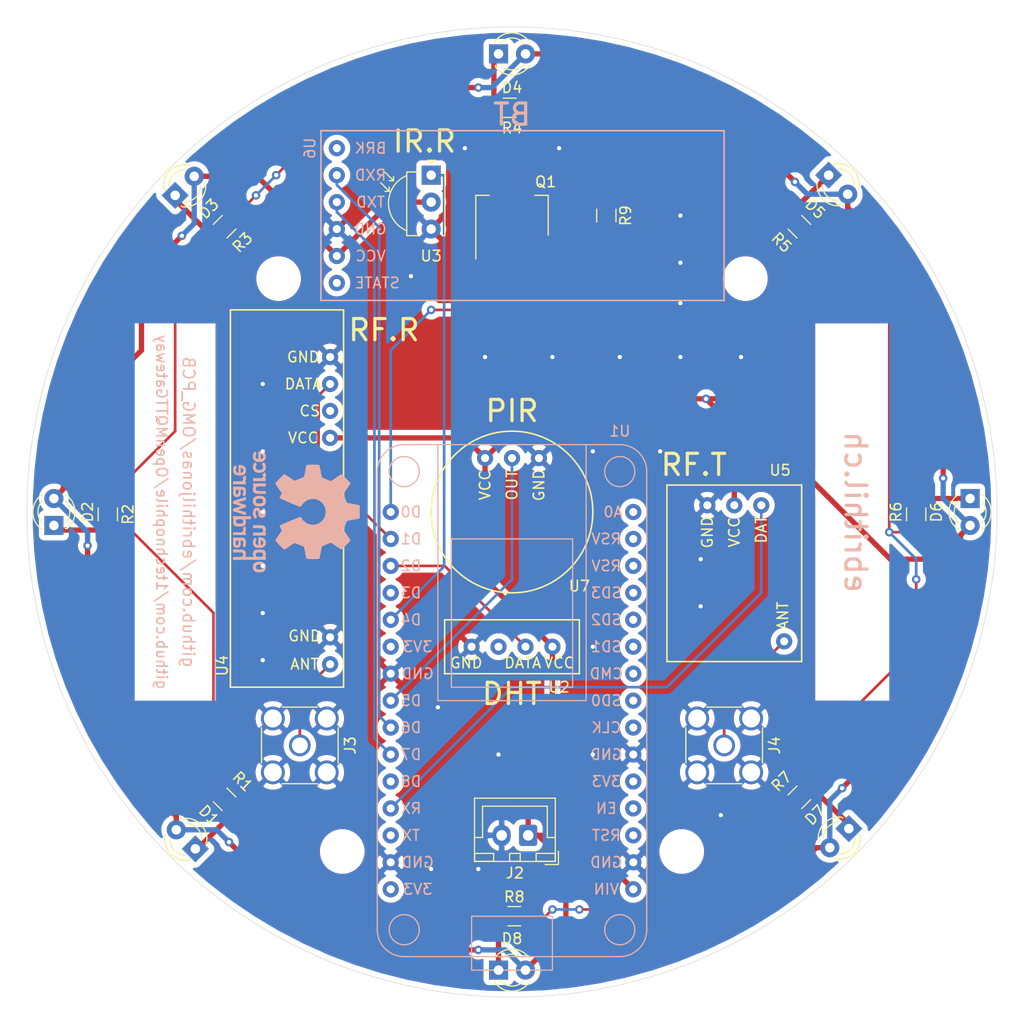
<source format=kicad_pcb>
(kicad_pcb (version 20171130) (host pcbnew "(5.1.2)-1")
  (title_block (title "OpenMQTTGateway PCB") (date 2019-07-31) (rev 1) (company ebrithil.ch))
  (layers (0 F.Cu signal) (31 B.Cu signal) (34 B.Paste user) (35 F.Paste user) (36 B.SilkS user) (37 F.SilkS user) (38 B.Mask user) (39 F.Mask user) (44 Edge.Cuts user))
  (net 0 "")
  (net 1 "Net-(U1-Pad30)")
  (net 2 "Net-(U1-Pad28)")
  (net 3 "Net-(U1-Pad26)")
  (net 4 "Net-(U1-Pad19)")
  (net 5 "Net-(U1-Pad13)")
  (net 6 "Net-(U1-Pad12)")
  (net 7 "Net-(U1-Pad11)")
  (net 8 "Net-(U1-Pad9)")
  (net 9 "Net-(U1-Pad8)")
  (net 10 "Net-(U1-Pad7)")
  (net 11 "Net-(U1-Pad6)")
  (net 12 "Net-(U1-Pad5)")
  (net 13 "Net-(U1-Pad4)")
  (net 14 "Net-(U1-Pad3)")
  (net 15 "Net-(U1-Pad2)")
  (net 16 "Net-(U1-Pad1)")
  (net 17 "Net-(D1-Pad1)")
  (net 18 "Net-(D2-Pad1)")
  (net 19 "Net-(D3-Pad1)")
  (net 20 "Net-(D4-Pad1)")
  (net 21 "Net-(D5-Pad1)")
  (net 22 "Net-(D6-Pad1)")
  (net 23 "Net-(D7-Pad1)")
  (net 24 +5V)
  (net 25 "Net-(Q1-Pad1)")
  (net 26 GND)
  (net 27 "Net-(Q1-Pad2)")
  (net 28 D0)
  (net 29 +3V3)
  (net 30 D4)
  (net 31 D1)
  (net 32 "Net-(U4-Pad3)")
  (net 33 RX)
  (net 34 D7)
  (net 35 D6)
  (net 36 D2)
  (net 37 D5)
  (net 38 "Net-(U6-Pad6)")
  (net 39 "Net-(U6-Pad1)")
  (net 40 "Net-(U2-Pad3)")
  (net 41 "Net-(D8-Pad1)")
  (net 42 "Net-(J3-Pad1)")
  (net 43 "Net-(J4-Pad1)")
  (module MountingHole:MountingHole_3.2mm_M3 (layer F.Cu) (at 80.52 105.66)
    (fp_text reference REF** hide)
    (fp_text value MountingHole_3.2mm_M3)
    (pad 1 np_thru_hole circle (at 0 0) (size 3.2 3.2) (drill 3.2) (layers *.Cu *.Mask))
  )
  (module MountingHole:MountingHole_3.2mm_M3 (layer F.Cu) (at 112.52 105.66)
    (fp_text reference REF** hide)
    (fp_text value MountingHole_3.2mm_M3)
    (pad 1 np_thru_hole circle (at 0 0) (size 3.2 3.2) (drill 3.2) (layers *.Cu *.Mask))
  )
  (module MountingHole:MountingHole_3.2mm_M3 (layer F.Cu) (at 118.52 51.66)
    (fp_text reference REF** hide)
    (fp_text value MountingHole_3.2mm_M3)
    (pad 1 np_thru_hole circle (at 0 0) (size 3.2 3.2) (drill 3.2) (layers *.Cu *.Mask))
  )
  (module MountingHole:MountingHole_3.2mm_M3 (layer F.Cu) (at 74.52 51.66)
    (fp_text reference REF** hide)
    (fp_text value MountingHole_3.2mm_M3)
    (pad 1 np_thru_hole circle (at 0 0) (size 3.2 3.2) (drill 3.2) (layers *.Cu *.Mask))
  )
  (module Symbol:OSHW-Logo_11.4x12mm_SilkScreen (layer B.Cu) (at 76.2 73.66 90)
    (fp_text reference REF** hide)
    (fp_text value OSHW-Logo_11.4x12mm_SilkScreen hide)
  )
  (module JonasLibrary:nodemcu_v0.9 (layer B.Cu) (at 96.52 91.44 180)
    (fp_text reference U1 (at -10.16 25.4) (layer B.SilkS) (effects (justify mirror)))
    (fp_text value nodemcu_v0.9)
    (fp_text user 3V3 (at 8.89 -17.78) (layer B.SilkS) (effects (justify mirror)))
    (fp_text user GND (at 8.89 -15.24) (layer B.SilkS) (effects (justify mirror)))
    (fp_text user TX (at 9.525 -12.7) (layer B.SilkS) (effects (justify mirror)))
    (fp_text user RX (at 9.525 -10.16) (layer B.SilkS) (effects (justify mirror)))
    (fp_text user D8 (at 9.525 -7.62) (layer B.SilkS) (effects (justify mirror)))
    (fp_text user D7 (at 9.525 -5.08) (layer B.SilkS) (effects (justify mirror)))
    (fp_text user D6 (at 9.525 -2.54) (layer B.SilkS) (effects (justify mirror)))
    (fp_text user D5 (at 9.525 0) (layer B.SilkS) (effects (justify mirror)))
    (fp_text user GND (at 8.89 2.54) (layer B.SilkS) (effects (justify mirror)))
    (fp_text user 3V3 (at 8.89 5.08) (layer B.SilkS) (effects (justify mirror)))
    (fp_text user D4 (at 9.525 7.62) (layer B.SilkS) (effects (justify mirror)))
    (fp_text user D3 (at 9.525 10.16) (layer B.SilkS) (effects (justify mirror)))
    (fp_text user D2 (at 9.525 12.7) (layer B.SilkS) (effects (justify mirror)))
    (fp_text user D1 (at 9.525 15.24) (layer B.SilkS) (effects (justify mirror)))
    (fp_text user D0 (at 9.525 17.78) (layer B.SilkS) (effects (justify mirror)))
    (fp_text user VIN (at -8.89 -17.78) (layer B.SilkS) (effects (justify mirror)))
    (fp_text user GND (at -8.89 -15.24) (layer B.SilkS) (effects (justify mirror)))
    (fp_text user RST (at -8.89 -12.7) (layer B.SilkS) (effects (justify mirror)))
    (fp_text user EN (at -8.89 -10.16) (layer B.SilkS) (effects (justify mirror)))
    (fp_text user 3V3 (at -8.89 -7.62) (layer B.SilkS) (effects (justify mirror)))
    (fp_text user GND (at -8.89 -5.08) (layer B.SilkS) (effects (justify mirror)))
    (fp_text user CLK (at -8.89 -2.54) (layer B.SilkS) (effects (justify mirror)))
    (fp_text user SD0 (at -8.89 0) (layer B.SilkS) (effects (justify mirror)))
    (fp_text user CMD (at -8.89 2.54) (layer B.SilkS) (effects (justify mirror)))
    (fp_text user SD1 (at -8.89 5.08) (layer B.SilkS) (effects (justify mirror)))
    (fp_text user SD2 (at -8.89 7.62) (layer B.SilkS) (effects (justify mirror)))
    (fp_text user SD3 (at -8.89 10.16) (layer B.SilkS) (effects (justify mirror)))
    (fp_text user RSV (at -8.89 12.7) (layer B.SilkS) (effects (justify mirror)))
    (fp_text user RSV (at -8.89 15.24) (layer B.SilkS) (effects (justify mirror)))
    (fp_text user A0 (at -9.525 17.78) (layer B.SilkS) (effects (justify mirror)))
    (pad 30 thru_hole circle (at 11.43 -17.78 180) (size 1.524 1.524) (drill 0.762) (layers *.Cu *.Mask) (net 1 "Net-(U1-Pad30)"))
    (pad 29 thru_hole circle (at 11.43 -15.24 180) (size 1.524 1.524) (drill 0.762) (layers *.Cu *.Mask) (net 26 GND))
    (pad 28 thru_hole circle (at 11.43 -12.7 180) (size 1.524 1.524) (drill 0.762) (layers *.Cu *.Mask) (net 2 "Net-(U1-Pad28)"))
    (pad 27 thru_hole circle (at 11.43 -10.16 180) (size 1.524 1.524) (drill 0.762) (layers *.Cu *.Mask) (net 33 RX))
    (pad 26 thru_hole circle (at 11.43 -7.62 180) (size 1.524 1.524) (drill 0.762) (layers *.Cu *.Mask) (net 3 "Net-(U1-Pad26)"))
    (pad 25 thru_hole circle (at 11.43 -5.08 180) (size 1.524 1.524) (drill 0.762) (layers *.Cu *.Mask) (net 34 D7))
    (pad 24 thru_hole circle (at 11.43 -2.54 180) (size 1.524 1.524) (drill 0.762) (layers *.Cu *.Mask) (net 35 D6))
    (pad 23 thru_hole circle (at 11.43 0 180) (size 1.524 1.524) (drill 0.762) (layers *.Cu *.Mask) (net 37 D5))
    (pad 22 thru_hole circle (at 11.43 2.54 180) (size 1.524 1.524) (drill 0.762) (layers *.Cu *.Mask) (net 26 GND))
    (pad 21 thru_hole circle (at 11.43 5.08 180) (size 1.524 1.524) (drill 0.762) (layers *.Cu *.Mask) (net 29 +3V3))
    (pad 20 thru_hole circle (at 11.43 7.62 180) (size 1.524 1.524) (drill 0.762) (layers *.Cu *.Mask) (net 30 D4))
    (pad 19 thru_hole circle (at 11.43 10.16 180) (size 1.524 1.524) (drill 0.762) (layers *.Cu *.Mask) (net 4 "Net-(U1-Pad19)"))
    (pad 18 thru_hole circle (at 11.43 12.7 180) (size 1.524 1.524) (drill 0.762) (layers *.Cu *.Mask) (net 36 D2))
    (pad 17 thru_hole circle (at 11.43 15.24 180) (size 1.524 1.524) (drill 0.762) (layers *.Cu *.Mask) (net 31 D1))
    (pad 16 thru_hole circle (at 11.43 17.78 180) (size 1.524 1.524) (drill 0.762) (layers *.Cu *.Mask) (net 28 D0))
    (pad 15 thru_hole circle (at -11.43 -17.78 180) (size 1.524 1.524) (drill 0.762) (layers *.Cu *.Mask) (net 24 +5V))
    (pad 14 thru_hole circle (at -11.43 -15.24 180) (size 1.524 1.524) (drill 0.762) (layers *.Cu *.Mask) (net 26 GND))
    (pad 13 thru_hole circle (at -11.43 -12.7 180) (size 1.524 1.524) (drill 0.762) (layers *.Cu *.Mask) (net 5 "Net-(U1-Pad13)"))
    (pad 12 thru_hole circle (at -11.43 -10.16 180) (size 1.524 1.524) (drill 0.762) (layers *.Cu *.Mask) (net 6 "Net-(U1-Pad12)"))
    (pad 11 thru_hole circle (at -11.43 -7.62 180) (size 1.524 1.524) (drill 0.762) (layers *.Cu *.Mask) (net 7 "Net-(U1-Pad11)"))
    (pad 10 thru_hole circle (at -11.43 -5.08 180) (size 1.524 1.524) (drill 0.762) (layers *.Cu *.Mask) (net 26 GND))
    (pad 9 thru_hole circle (at -11.43 -2.54 180) (size 1.524 1.524) (drill 0.762) (layers *.Cu *.Mask) (net 8 "Net-(U1-Pad9)"))
    (pad 8 thru_hole circle (at -11.43 0 180) (size 1.524 1.524) (drill 0.762) (layers *.Cu *.Mask) (net 9 "Net-(U1-Pad8)"))
    (pad 7 thru_hole circle (at -11.43 2.54 180) (size 1.524 1.524) (drill 0.762) (layers *.Cu *.Mask) (net 10 "Net-(U1-Pad7)"))
    (pad 6 thru_hole circle (at -11.43 5.08 180) (size 1.524 1.524) (drill 0.762) (layers *.Cu *.Mask) (net 11 "Net-(U1-Pad6)"))
    (pad 5 thru_hole circle (at -11.43 7.62 180) (size 1.524 1.524) (drill 0.762) (layers *.Cu *.Mask) (net 12 "Net-(U1-Pad5)"))
    (pad 4 thru_hole circle (at -11.43 10.16 180) (size 1.524 1.524) (drill 0.762) (layers *.Cu *.Mask) (net 13 "Net-(U1-Pad4)"))
    (pad 3 thru_hole circle (at -11.43 12.7 180) (size 1.524 1.524) (drill 0.762) (layers *.Cu *.Mask) (net 14 "Net-(U1-Pad3)"))
    (pad 2 thru_hole circle (at -11.43 15.24 180) (size 1.524 1.524) (drill 0.762) (layers *.Cu *.Mask) (net 15 "Net-(U1-Pad2)"))
    (pad 1 thru_hole circle (at -11.43 17.78 180) (size 1.524 1.524) (drill 0.762) (layers *.Cu *.Mask) (net 16 "Net-(U1-Pad1)"))
  )
  (module JonasLibrary:SRX882 (layer F.Cu) (at 78.105 72.39 90)
    (fp_text reference U4 (at -15.748 -8.89 90) (layer F.SilkS))
    (fp_text value SRX882)
    (fp_text user ANT (at -15.621 -1.143) (layer F.SilkS))
    (fp_text user GND (at -12.954 -1.143) (layer F.SilkS))
    (fp_text user VCC (at 5.715 -1.27) (layer F.SilkS))
    (fp_text user CS (at 8.255 -0.635) (layer F.SilkS))
    (fp_text user GND (at 13.335 -1.27) (layer F.SilkS))
    (fp_text user DATA (at 10.795 -1.27) (layer F.SilkS))
    (pad 5 thru_hole circle (at -15.621 1.27 90) (size 1.524 1.524) (drill 0.762) (layers *.Cu *.Mask) (net 42 "Net-(J3-Pad1)"))
    (pad 1 thru_hole circle (at -13.081 1.27 90) (size 1.524 1.524) (drill 0.762) (layers *.Cu *.Mask) (net 26 GND))
    (pad 4 thru_hole circle (at 5.715 1.27 90) (size 1.524 1.524) (drill 0.762) (layers *.Cu *.Mask) (net 24 +5V))
    (pad 3 thru_hole circle (at 8.255 1.27 90) (size 1.524 1.524) (drill 0.762) (layers *.Cu *.Mask) (net 32 "Net-(U4-Pad3)"))
    (pad 2 thru_hole circle (at 10.795 1.27 90) (size 1.524 1.524) (drill 0.762) (layers *.Cu *.Mask) (net 31 D1))
    (pad 1 thru_hole circle (at 13.335 1.27 90) (size 1.524 1.524) (drill 0.762) (layers *.Cu *.Mask) (net 26 GND))
  )
  (module Connector_Coaxial:SMA_Amphenol_132291_Vertical (layer F.Cu) (at 116.52 95.66 270)
    (fp_text reference J4 (at 0 -4.75 90) (layer F.SilkS))
    (fp_text value Conn_Coaxial)
    (pad 2 thru_hole circle (at -2.54 2.54 270) (size 2.25 2.25) (drill 1.7) (layers *.Cu *.Mask) (net 26 GND))
    (pad 2 thru_hole circle (at -2.54 -2.54 270) (size 2.25 2.25) (drill 1.7) (layers *.Cu *.Mask) (net 26 GND))
    (pad 2 thru_hole circle (at 2.54 -2.54 270) (size 2.25 2.25) (drill 1.7) (layers *.Cu *.Mask) (net 26 GND))
    (pad 2 thru_hole circle (at 2.54 2.54 270) (size 2.25 2.25) (drill 1.7) (layers *.Cu *.Mask) (net 26 GND))
    (pad 1 thru_hole circle (at 0 0 270) (size 2.05 2.05) (drill 1.5) (layers *.Cu *.Mask) (net 43 "Net-(J4-Pad1)"))
  )
  (module Connector_Coaxial:SMA_Amphenol_132291_Vertical (layer F.Cu) (at 76.52 95.66 270)
    (fp_text reference J3 (at 0 -4.75 90) (layer F.SilkS))
    (fp_text value Conn_Coaxial)
    (pad 2 thru_hole circle (at -2.54 2.54 270) (size 2.25 2.25) (drill 1.7) (layers *.Cu *.Mask) (net 26 GND))
    (pad 2 thru_hole circle (at -2.54 -2.54 270) (size 2.25 2.25) (drill 1.7) (layers *.Cu *.Mask) (net 26 GND))
    (pad 2 thru_hole circle (at 2.54 -2.54 270) (size 2.25 2.25) (drill 1.7) (layers *.Cu *.Mask) (net 26 GND))
    (pad 2 thru_hole circle (at 2.54 2.54 270) (size 2.25 2.25) (drill 1.7) (layers *.Cu *.Mask) (net 26 GND))
    (pad 1 thru_hole circle (at 0 0 270) (size 2.05 2.05) (drill 1.5) (layers *.Cu *.Mask) (net 42 "Net-(J3-Pad1)"))
  )
  (module JonasLibrary:STX882 (layer F.Cu) (at 117.475 73.025 180)
    (fp_text reference U5 (at -4.318 3.302) (layer F.SilkS))
    (fp_text value STX882)
    (fp_text user ANT (at -4.572 -10.414 90) (layer F.SilkS))
    (fp_text user VCC (at 0 -2.54 90) (layer F.SilkS))
    (fp_text user DAT (at -2.54 -2.286 270) (layer F.SilkS))
    (fp_text user GND (at 2.54 -2.54 270) (layer F.SilkS))
    (pad 4 thru_hole circle (at -4.699 -12.827 180) (size 1.524 1.524) (drill 0.762) (layers *.Cu *.Mask) (net 43 "Net-(J4-Pad1)"))
    (pad 3 thru_hole circle (at 2.54 0 180) (size 1.524 1.524) (drill 0.762) (layers *.Cu *.Mask) (net 26 GND))
    (pad 2 thru_hole circle (at 0 0 180) (size 1.524 1.524) (drill 0.762) (layers *.Cu *.Mask) (net 24 +5V))
    (pad 1 thru_hole circle (at -2.54 0 180) (size 1.524 1.524) (drill 0.762) (layers *.Cu *.Mask) (net 33 RX))
  )
  (module Connector_JST:JST_XH_B02B-XH-A_1x02_P2.50mm_Vertical (layer F.Cu) (at 98.044 104.14 180)
    (fp_text reference J2 (at 1.25 -3.55) (layer F.SilkS))
    (fp_text value Conn_01x02_Male)
    (pad 2 thru_hole oval (at 2.5 0 180) (size 1.7 2) (drill 1) (layers *.Cu *.Mask) (net 26 GND))
    (pad 1 thru_hole roundrect (at 0 0 180) (size 1.7 2) (drill 1) (layers *.Cu *.Mask) (roundrect_rratio 0.147059) (net 24 +5V))
  )
  (module Resistor_SMD:R_1206_3216Metric_Pad1.42x1.75mm_HandSolder (layer F.Cu) (at 96.7375 111.76)
    (fp_text reference R8 (at 0 -1.82) (layer F.SilkS))
    (fp_text value 182R)
    (pad 2 smd roundrect (at 1.4875 0) (size 1.425 1.75) (layers F.Cu F.Paste F.Mask) (roundrect_rratio 0.175439) (net 27 "Net-(Q1-Pad2)"))
    (pad 1 smd roundrect (at -1.4875 0) (size 1.425 1.75) (layers F.Cu F.Paste F.Mask) (roundrect_rratio 0.175439) (net 41 "Net-(D8-Pad1)"))
  )
  (module LED_THT:LED_D3.0mm_IRBlack (layer F.Cu) (at 95.25 116.84)
    (fp_text reference D8 (at 1.27 -2.96) (layer F.SilkS))
    (fp_text value IR204A)
    (pad 2 thru_hole circle (at 2.54 0) (size 1.8 1.8) (drill 0.9) (layers *.Cu *.Mask) (net 24 +5V))
    (pad 1 thru_hole rect (at 0 0) (size 1.8 1.8) (drill 0.9) (layers *.Cu *.Mask) (net 41 "Net-(D8-Pad1)"))
  )
  (module JonasLibrary:HM-10 (layer B.Cu) (at 80.01 45.72)
    (fp_text reference U6 (at -2.54 -6.35 -90) (layer B.SilkS) (effects (justify mirror)))
    (fp_text value HM-10)
    (fp_text user BRK (at 3.175 -6.35) (layer B.SilkS) (effects (justify mirror)))
    (fp_text user RXD (at 3.175 -3.81) (layer B.SilkS) (effects (justify mirror)))
    (fp_text user TXD (at 3.175 -1.27) (layer B.SilkS) (effects (justify mirror)))
    (fp_text user GND (at 3.175 1.27) (layer B.SilkS) (effects (justify mirror)))
    (fp_text user VCC (at 3.175 3.81) (layer B.SilkS) (effects (justify mirror)))
    (fp_text user STATE (at 3.81 6.35) (layer B.SilkS) (effects (justify mirror)))
    (pad 6 thru_hole circle (at 0 -6.35) (size 1.524 1.524) (drill 0.762) (layers *.Cu *.Mask) (net 38 "Net-(U6-Pad6)"))
    (pad 5 thru_hole circle (at 0 -3.81) (size 1.524 1.524) (drill 0.762) (layers *.Cu *.Mask) (net 35 D6))
    (pad 4 thru_hole circle (at 0 -1.27) (size 1.524 1.524) (drill 0.762) (layers *.Cu *.Mask) (net 34 D7))
    (pad 3 thru_hole circle (at 0 1.27) (size 1.524 1.524) (drill 0.762) (layers *.Cu *.Mask) (net 26 GND))
    (pad 2 thru_hole circle (at 0 3.81) (size 1.524 1.524) (drill 0.762) (layers *.Cu *.Mask) (net 24 +5V))
    (pad 1 thru_hole circle (at 0 6.35) (size 1.524 1.524) (drill 0.762) (layers *.Cu *.Mask) (net 39 "Net-(U6-Pad1)"))
  )
  (module JonasLibrary:SR505 (layer F.Cu) (at 96.52 68.58)
    (fp_text reference U7 (at 6.35 12.065) (layer F.SilkS))
    (fp_text value SR505)
    (fp_text user VCC (at -2.54 2.54 90) (layer F.SilkS))
    (fp_text user OUT (at 0 2.54 90) (layer F.SilkS))
    (fp_text user GND (at 2.54 2.54 90) (layer F.SilkS))
    (pad 1 thru_hole circle (at 2.54 0) (size 1.524 1.524) (drill 0.762) (layers *.Cu *.Mask) (net 26 GND))
    (pad 2 thru_hole circle (at 0 0) (size 1.524 1.524) (drill 0.762) (layers *.Cu *.Mask) (net 37 D5))
    (pad 3 thru_hole circle (at -2.54 0) (size 1.524 1.524) (drill 0.762) (layers *.Cu *.Mask) (net 24 +5V))
  )
  (module JonasLibrary:DHT11 (layer F.Cu) (at 100.33 86.36 180)
    (fp_text reference U2 (at -0.635 -3.81) (layer F.SilkS))
    (fp_text value DHT11)
    (fp_text user DATA (at 2.794 -1.524) (layer F.SilkS))
    (fp_text user GND (at 8.128 -1.524) (layer F.SilkS))
    (fp_text user VCC (at -0.635 -1.524) (layer F.SilkS))
    (pad 4 thru_hole circle (at 7.62 0 180) (size 1.524 1.524) (drill 0.762) (layers *.Cu *.Mask) (net 26 GND))
    (pad 3 thru_hole circle (at 5.08 0 180) (size 1.524 1.524) (drill 0.762) (layers *.Cu *.Mask) (net 40 "Net-(U2-Pad3)"))
    (pad 2 thru_hole circle (at 2.54 0 180) (size 1.524 1.524) (drill 0.762) (layers *.Cu *.Mask) (net 36 D2))
    (pad 1 thru_hole circle (at 0 0 180) (size 1.524 1.524) (drill 0.762) (layers *.Cu *.Mask) (net 24 +5V))
  )
  (module Resistor_SMD:R_1206_3216Metric_Pad1.42x1.75mm_HandSolder (layer F.Cu) (at 123.606821 100.548179 225)
    (fp_text reference R7 (at 0.140461 2.245064 45) (layer F.SilkS))
    (fp_text value 182R)
    (pad 2 smd roundrect (at 1.4875 0 225) (size 1.425 1.75) (layers F.Cu F.Paste F.Mask) (roundrect_rratio 0.175439) (net 27 "Net-(Q1-Pad2)"))
    (pad 1 smd roundrect (at -1.4875 0 225) (size 1.425 1.75) (layers F.Cu F.Paste F.Mask) (roundrect_rratio 0.175439) (net 23 "Net-(D7-Pad1)"))
  )
  (module Resistor_SMD:R_1206_3216Metric_Pad1.42x1.75mm_HandSolder (layer F.Cu) (at 134.62 73.8775 270)
    (fp_text reference R6 (at -0.2175 1.905 90) (layer F.SilkS))
    (fp_text value 182R)
    (pad 2 smd roundrect (at 1.4875 0 270) (size 1.425 1.75) (layers F.Cu F.Paste F.Mask) (roundrect_rratio 0.175439) (net 27 "Net-(Q1-Pad2)"))
    (pad 1 smd roundrect (at -1.4875 0 270) (size 1.425 1.75) (layers F.Cu F.Paste F.Mask) (roundrect_rratio 0.175439) (net 22 "Net-(D6-Pad1)"))
  )
  (module Resistor_SMD:R_1206_3216Metric_Pad1.42x1.75mm_HandSolder (layer F.Cu) (at 123.606821 46.771821 315)
    (fp_text reference R5 (at -0.140461 2.245064 135) (layer F.SilkS))
    (fp_text value 182R)
    (pad 2 smd roundrect (at 1.4875 0 315) (size 1.425 1.75) (layers F.Cu F.Paste F.Mask) (roundrect_rratio 0.175439) (net 27 "Net-(Q1-Pad2)"))
    (pad 1 smd roundrect (at -1.4875 0 315) (size 1.425 1.75) (layers F.Cu F.Paste F.Mask) (roundrect_rratio 0.175439) (net 21 "Net-(D5-Pad1)"))
  )
  (module Resistor_SMD:R_1206_3216Metric_Pad1.42x1.75mm_HandSolder (layer F.Cu) (at 96.3025 35.56)
    (fp_text reference R4 (at 0.2175 1.905) (layer F.SilkS))
    (fp_text value 182R)
    (pad 2 smd roundrect (at 1.4875 0) (size 1.425 1.75) (layers F.Cu F.Paste F.Mask) (roundrect_rratio 0.175439) (net 27 "Net-(Q1-Pad2)"))
    (pad 1 smd roundrect (at -1.4875 0) (size 1.425 1.75) (layers F.Cu F.Paste F.Mask) (roundrect_rratio 0.175439) (net 20 "Net-(D4-Pad1)"))
  )
  (module Resistor_SMD:R_1206_3216Metric_Pad1.42x1.75mm_HandSolder (layer F.Cu) (at 69.433179 46.771821 45)
    (fp_text reference R3 (at 0.140461 2.245064 45) (layer F.SilkS))
    (fp_text value 182R)
    (pad 2 smd roundrect (at 1.4875 0 45) (size 1.425 1.75) (layers F.Cu F.Paste F.Mask) (roundrect_rratio 0.175439) (net 27 "Net-(Q1-Pad2)"))
    (pad 1 smd roundrect (at -1.4875 0 45) (size 1.425 1.75) (layers F.Cu F.Paste F.Mask) (roundrect_rratio 0.175439) (net 19 "Net-(D3-Pad1)"))
  )
  (module Resistor_SMD:R_1206_3216Metric_Pad1.42x1.75mm_HandSolder (layer F.Cu) (at 58.42 73.8775 90)
    (fp_text reference R2 (at 0 1.905 90) (layer F.SilkS))
    (fp_text value 182R)
    (pad 2 smd roundrect (at 1.4875 0 90) (size 1.425 1.75) (layers F.Cu F.Paste F.Mask) (roundrect_rratio 0.175439) (net 27 "Net-(Q1-Pad2)"))
    (pad 1 smd roundrect (at -1.4875 0 90) (size 1.425 1.75) (layers F.Cu F.Paste F.Mask) (roundrect_rratio 0.175439) (net 18 "Net-(D2-Pad1)"))
  )
  (module Resistor_SMD:R_1206_3216Metric_Pad1.42x1.75mm_HandSolder (layer F.Cu) (at 69.433179 100.746821 135)
    (fp_text reference R1 (at 0 2.385525 135) (layer F.SilkS))
    (fp_text value 182R)
    (pad 2 smd roundrect (at 1.4875 0 135) (size 1.425 1.75) (layers F.Cu F.Paste F.Mask) (roundrect_rratio 0.175439) (net 27 "Net-(Q1-Pad2)"))
    (pad 1 smd roundrect (at -1.4875 0 135) (size 1.425 1.75) (layers F.Cu F.Paste F.Mask) (roundrect_rratio 0.175439) (net 17 "Net-(D1-Pad1)"))
  )
  (module Resistor_SMD:R_1206_3216Metric_Pad1.42x1.75mm_HandSolder (layer F.Cu) (at 105.41 45.72 270)
    (fp_text reference R9 (at 0 -1.82 90) (layer F.SilkS))
    (fp_text value 1K)
    (pad 2 smd roundrect (at 1.4875 0 270) (size 1.425 1.75) (layers F.Cu F.Paste F.Mask) (roundrect_rratio 0.175439) (net 25 "Net-(Q1-Pad1)"))
    (pad 1 smd roundrect (at -1.4875 0 270) (size 1.425 1.75) (layers F.Cu F.Paste F.Mask) (roundrect_rratio 0.175439) (net 28 D0))
  )
  (module Package_TO_SOT_SMD:SOT-223 (layer F.Cu) (at 96.52 45.72 90)
    (fp_text reference Q1 (at 3.175 3.175 180) (layer F.SilkS))
    (fp_text value BCP56)
    (pad 1 smd rect (at -3.15 -2.3 90) (size 2 1.5) (layers F.Cu F.Paste F.Mask) (net 25 "Net-(Q1-Pad1)"))
    (pad 3 smd rect (at -3.15 2.3 90) (size 2 1.5) (layers F.Cu F.Paste F.Mask) (net 26 GND))
    (pad 2 smd rect (at -3.15 0 90) (size 2 1.5) (layers F.Cu F.Paste F.Mask) (net 27 "Net-(Q1-Pad2)"))
    (pad 4 smd rect (at 3.15 0 90) (size 2 3.8) (layers F.Cu F.Paste F.Mask) (net 27 "Net-(Q1-Pad2)"))
  )
  (module LED_THT:LED_D3.0mm_IRBlack (layer F.Cu) (at 128.27 103.505 225)
    (fp_text reference D7 (at 1.347038 3.14309 45) (layer F.SilkS))
    (fp_text value IR204A)
    (pad 2 thru_hole circle (at 2.54 0 225) (size 1.8 1.8) (drill 0.9) (layers *.Cu *.Mask) (net 24 +5V))
    (pad 1 thru_hole rect (at 0 0 225) (size 1.8 1.8) (drill 0.9) (layers *.Cu *.Mask) (net 23 "Net-(D7-Pad1)"))
  )
  (module LED_THT:LED_D3.0mm_IRBlack (layer F.Cu) (at 139.7 72.39 270)
    (fp_text reference D6 (at 1.27 3.175 90) (layer F.SilkS))
    (fp_text value IR204A)
    (pad 2 thru_hole circle (at 2.54 0 270) (size 1.8 1.8) (drill 0.9) (layers *.Cu *.Mask) (net 24 +5V))
    (pad 1 thru_hole rect (at 0 0 270) (size 1.8 1.8) (drill 0.9) (layers *.Cu *.Mask) (net 22 "Net-(D6-Pad1)"))
  )
  (module LED_THT:LED_D3.0mm_IRBlack (layer F.Cu) (at 126.365 41.91 315)
    (fp_text reference D5 (at 1.347038 3.14309 135) (layer F.SilkS))
    (fp_text value IR204A)
    (pad 2 thru_hole circle (at 2.54 0 315) (size 1.8 1.8) (drill 0.9) (layers *.Cu *.Mask) (net 24 +5V))
    (pad 1 thru_hole rect (at 0 0 315) (size 1.8 1.8) (drill 0.9) (layers *.Cu *.Mask) (net 21 "Net-(D5-Pad1)"))
  )
  (module LED_THT:LED_D3.0mm_IRBlack (layer F.Cu) (at 95.25 30.48)
    (fp_text reference D4 (at 1.27 3.175) (layer F.SilkS))
    (fp_text value IR204A)
    (pad 2 thru_hole circle (at 2.54 0) (size 1.8 1.8) (drill 0.9) (layers *.Cu *.Mask) (net 24 +5V))
    (pad 1 thru_hole rect (at 0 0) (size 1.8 1.8) (drill 0.9) (layers *.Cu *.Mask) (net 20 "Net-(D4-Pad1)"))
  )
  (module LED_THT:LED_D3.0mm_IRBlack (layer F.Cu) (at 64.77 43.815 45)
    (fp_text reference D3 (at 1.347038 3.14309 45) (layer F.SilkS))
    (fp_text value IR204A)
    (pad 2 thru_hole circle (at 2.54 0 45) (size 1.8 1.8) (drill 0.9) (layers *.Cu *.Mask) (net 24 +5V))
    (pad 1 thru_hole rect (at 0 0 45) (size 1.8 1.8) (drill 0.9) (layers *.Cu *.Mask) (net 19 "Net-(D3-Pad1)"))
  )
  (module LED_THT:LED_D3.0mm_IRBlack (layer F.Cu) (at 53.34 74.93 90)
    (fp_text reference D2 (at 1.27 3.175 90) (layer F.SilkS))
    (fp_text value IR204A)
    (pad 2 thru_hole circle (at 2.54 0 90) (size 1.8 1.8) (drill 0.9) (layers *.Cu *.Mask) (net 24 +5V))
    (pad 1 thru_hole rect (at 0 0 90) (size 1.8 1.8) (drill 0.9) (layers *.Cu *.Mask) (net 18 "Net-(D2-Pad1)"))
  )
  (module LED_THT:LED_D3.0mm_IRBlack (layer F.Cu) (at 66.675 105.41 135)
    (fp_text reference D1 (at 1.347038 3.14309 135) (layer F.SilkS))
    (fp_text value IR204A)
    (pad 2 thru_hole circle (at 2.54 0 135) (size 1.8 1.8) (drill 0.9) (layers *.Cu *.Mask) (net 24 +5V))
    (pad 1 thru_hole rect (at 0 0 135) (size 1.8 1.8) (drill 0.9) (layers *.Cu *.Mask) (net 17 "Net-(D1-Pad1)"))
  )
  (module OptoDevice:Vishay_MOLD-3Pin (layer F.Cu) (at 88.9 41.91 270)
    (fp_text reference U3 (at 7.62 0) (layer F.SilkS))
    (fp_text value TSOP21xx hide)
    (pad 3 thru_hole circle (at 5.08 0 270) (size 1.8 1.8) (drill 0.9) (layers *.Cu *.Mask) (net 26 GND))
    (pad 2 thru_hole circle (at 2.54 0 270) (size 1.8 1.8) (drill 0.9) (layers *.Cu *.Mask) (net 24 +5V))
    (pad 1 thru_hole rect (at 0 0 270) (size 1.8 1.8) (drill 0.9) (layers *.Cu *.Mask) (net 30 D4))
  )
  (gr_text BT (at 96.52 36.195) (layer B.SilkS) (effects (font (size 2 2) (thickness 0.3)) (justify mirror)))
  (gr_text DHT (at 96.52 90.805) (layer F.SilkS) (effects (font (size 2 2) (thickness 0.3))))
  (gr_text IR.R (at 88.265 38.735) (layer F.SilkS) (effects (font (size 2 2) (thickness 0.3))))
  (gr_text RF.T (at 113.665 69.215) (layer F.SilkS) (effects (font (size 2 2) (thickness 0.3))))
  (gr_text RF.R (at 84.455 56.515) (layer F.SilkS) (effects (font (size 2 2) (thickness 0.3))))
  (gr_text PIR (at 96.52 64.135) (layer F.SilkS) (effects (font (size 2 2) (thickness 0.3))))
  (gr_text ebrithil.ch (at 128.905 73.66 270) (layer B.SilkS) (effects (font (size 2 2) (thickness 0.3)) (justify mirror)))
  (gr_text github.com/ebrithiljonas/OMG_PCB (at 66.04 73.66 270) (layer B.SilkS) (effects (font (size 1.1 1.1)) (justify mirror)))
  (gr_text github.com/1technophile/OpenMQTTGateway (at 63.5 73.66 270) (layer B.SilkS) (effects (font (size 1 1)) (justify mirror)))
  (gr_circle (center 96.52 73.66) (end 142.24 73.66) (layer Edge.Cuts) (width 0.05))
  (segment (start 66.873642 105.41) (end 66.675 105.41) (width 0.5) (layer F.Cu) (net 17))
  (segment (start 70.485 101.798642) (end 66.873642 105.41) (width 0.5) (layer F.Cu) (net 17))
  (segment (start 53.775 75.365) (end 53.34 74.93) (width 0.5) (layer F.Cu) (net 18))
  (segment (start 58.42 75.365) (end 53.775 75.365) (width 0.5) (layer F.Cu) (net 18))
  (segment (start 64.77 44.212284) (end 64.77 43.815) (width 0.5) (layer F.Cu) (net 19))
  (segment (start 68.381358 47.823642) (end 64.77 44.212284) (width 0.5) (layer F.Cu) (net 19))
  (segment (start 94.815 30.915) (end 95.25 30.48) (width 0.5) (layer F.Cu) (net 20))
  (segment (start 94.815 35.56) (end 94.815 30.915) (width 0.5) (layer F.Cu) (net 20))
  (segment (start 122.555 45.72) (end 123.244429 45.030571) (width 0.5) (layer F.Cu) (net 21))
  (segment (start 123.244429 45.030571) (end 126.365 41.91) (width 0.5) (layer F.Cu) (net 21))
  (segment (start 134.62 72.39) (end 139.7 72.39) (width 0.5) (layer F.Cu) (net 22))
  (segment (start 128.27 103.107716) (end 128.27 103.505) (width 0.5) (layer F.Cu) (net 23))
  (segment (start 124.658642 99.496358) (end 128.27 103.107716) (width 0.5) (layer F.Cu) (net 23))
  (segment (start 97.79 30.48) (end 106.68 30.48) (width 0.5) (layer F.Cu) (net 24))
  (segment (start 106.68 30.48) (end 112.395 36.195) (width 0.5) (layer F.Cu) (net 24))
  (via (at 123.19 42.545) (size 0.8) (drill 0.4) (layers F.Cu B.Cu) (net 24))
  (segment (start 119.38 38.735) (end 123.19 42.545) (width 0.5) (layer F.Cu) (net 24))
  (segment (start 124.351051 43.706051) (end 128.161051 43.706051) (width 0.5) (layer B.Cu) (net 24))
  (segment (start 123.19 42.545) (end 124.351051 43.706051) (width 0.5) (layer B.Cu) (net 24))
  (segment (start 116.84 36.195) (end 119.38 38.735) (width 0.5) (layer F.Cu) (net 24))
  (segment (start 112.395 36.195) (end 116.84 36.195) (width 0.5) (layer F.Cu) (net 24))
  (segment (start 128.161051 44.978843) (end 133.985 50.802792) (width 0.5) (layer F.Cu) (net 24))
  (segment (start 128.161051 43.706051) (end 128.161051 44.978843) (width 0.5) (layer F.Cu) (net 24))
  (segment (start 133.985 50.802792) (end 133.985 64.135) (width 0.5) (layer F.Cu) (net 24))
  (via (at 137.16 70.485) (size 0.8) (drill 0.4) (layers F.Cu B.Cu) (net 24))
  (segment (start 133.985 64.135) (end 137.16 67.31) (width 0.5) (layer F.Cu) (net 24))
  (segment (start 137.16 67.31) (end 137.16 70.485) (width 0.5) (layer F.Cu) (net 24))
  (segment (start 137.16 72.39) (end 139.7 74.93) (width 0.5) (layer B.Cu) (net 24))
  (segment (start 137.16 70.485) (end 137.16 72.39) (width 0.5) (layer B.Cu) (net 24))
  (segment (start 138.800001 75.829999) (end 138.800001 86.624999) (width 0.5) (layer F.Cu) (net 24))
  (segment (start 139.7 74.93) (end 138.800001 75.829999) (width 0.5) (layer F.Cu) (net 24))
  (segment (start 138.800001 86.624999) (end 131.445 93.98) (width 0.5) (layer F.Cu) (net 24))
  (via (at 127.635 99.695) (size 0.8) (drill 0.4) (layers F.Cu B.Cu) (net 24))
  (segment (start 131.445 93.98) (end 131.445 95.885) (width 0.5) (layer F.Cu) (net 24))
  (segment (start 131.445 95.885) (end 127.635 99.695) (width 0.5) (layer F.Cu) (net 24))
  (segment (start 126.473949 100.856051) (end 126.473949 105.301051) (width 0.5) (layer B.Cu) (net 24))
  (segment (start 127.635 99.695) (end 126.473949 100.856051) (width 0.5) (layer B.Cu) (net 24))
  (segment (start 125.201157 105.301051) (end 117.472208 113.03) (width 0.5) (layer F.Cu) (net 24))
  (segment (start 126.473949 105.301051) (end 125.201157 105.301051) (width 0.5) (layer F.Cu) (net 24))
  (segment (start 101.6 113.03) (end 97.79 116.84) (width 0.5) (layer F.Cu) (net 24))
  (segment (start 117.472208 113.03) (end 101.6 113.03) (width 0.5) (layer F.Cu) (net 24))
  (via (at 93.345 114.935) (size 0.8) (drill 0.4) (layers F.Cu B.Cu) (net 24))
  (segment (start 97.79 116.84) (end 95.885 114.935) (width 0.5) (layer B.Cu) (net 24))
  (segment (start 95.885 114.935) (end 93.345 114.935) (width 0.5) (layer B.Cu) (net 24))
  (via (at 69.85 104.775) (size 0.8) (drill 0.4) (layers F.Cu B.Cu) (net 24))
  (segment (start 68.688949 103.613949) (end 64.878949 103.613949) (width 0.5) (layer B.Cu) (net 24))
  (segment (start 69.85 104.775) (end 68.688949 103.613949) (width 0.5) (layer B.Cu) (net 24))
  (segment (start 64.878949 102.341157) (end 59.69 97.152208) (width 0.5) (layer F.Cu) (net 24))
  (segment (start 64.878949 103.613949) (end 64.878949 102.341157) (width 0.5) (layer F.Cu) (net 24))
  (segment (start 59.69 97.152208) (end 59.69 82.55) (width 0.5) (layer F.Cu) (net 24))
  (via (at 56.515 76.835) (size 0.8) (drill 0.4) (layers F.Cu B.Cu) (net 24))
  (segment (start 59.69 82.55) (end 56.515 79.375) (width 0.5) (layer F.Cu) (net 24))
  (segment (start 56.515 79.375) (end 56.515 76.835) (width 0.5) (layer F.Cu) (net 24))
  (segment (start 56.515 75.565) (end 53.34 72.39) (width 0.5) (layer B.Cu) (net 24))
  (segment (start 56.515 76.835) (end 56.515 75.565) (width 0.5) (layer B.Cu) (net 24))
  (segment (start 54.239999 71.490001) (end 54.239999 65.775001) (width 0.5) (layer F.Cu) (net 24))
  (segment (start 53.34 72.39) (end 54.239999 71.490001) (width 0.5) (layer F.Cu) (net 24))
  (segment (start 54.239999 65.775001) (end 61.595 58.42) (width 0.5) (layer F.Cu) (net 24))
  (via (at 65.405 47.625) (size 0.8) (drill 0.4) (layers F.Cu B.Cu) (net 24))
  (segment (start 61.595 58.42) (end 61.595 51.435) (width 0.5) (layer F.Cu) (net 24))
  (segment (start 61.595 51.435) (end 65.405 47.625) (width 0.5) (layer F.Cu) (net 24))
  (segment (start 66.566051 46.463949) (end 66.566051 42.018949) (width 0.5) (layer B.Cu) (net 24))
  (segment (start 65.405 47.625) (end 66.566051 46.463949) (width 0.5) (layer B.Cu) (net 24))
  (segment (start 66.566051 42.018949) (end 69.741051 42.018949) (width 0.5) (layer F.Cu) (net 24))
  (via (at 93.345 33.655) (size 0.8) (drill 0.4) (layers F.Cu B.Cu) (net 24))
  (segment (start 78.105 33.655) (end 93.345 33.655) (width 0.5) (layer F.Cu) (net 24))
  (segment (start 94.615 33.655) (end 97.79 30.48) (width 0.5) (layer B.Cu) (net 24))
  (segment (start 93.345 33.655) (end 94.615 33.655) (width 0.5) (layer B.Cu) (net 24))
  (segment (start 69.741051 42.018949) (end 78.105 33.655) (width 0.5) (layer F.Cu) (net 24))
  (segment (start 72.498949 42.018949) (end 66.566051 42.018949) (width 0.5) (layer F.Cu) (net 24))
  (segment (start 80.01 49.53) (end 72.498949 42.018949) (width 0.5) (layer F.Cu) (net 24))
  (segment (start 102.87 104.14) (end 107.95 109.22) (width 0.5) (layer F.Cu) (net 24))
  (segment (start 98.044 104.14) (end 102.87 104.14) (width 0.5) (layer F.Cu) (net 24))
  (segment (start 101.6 106.746) (end 101.6 113.03) (width 0.5) (layer F.Cu) (net 24))
  (segment (start 98.994 104.14) (end 101.6 106.746) (width 0.5) (layer F.Cu) (net 24))
  (segment (start 98.044 104.14) (end 98.994 104.14) (width 0.5) (layer F.Cu) (net 24))
  (segment (start 93.98 80.01) (end 100.33 86.36) (width 0.5) (layer F.Cu) (net 24))
  (segment (start 93.98 68.58) (end 93.98 80.01) (width 0.5) (layer F.Cu) (net 24))
  (segment (start 98.044 100.711) (end 98.044 104.14) (width 0.5) (layer F.Cu) (net 24))
  (segment (start 100.33 86.36) (end 100.33 98.425) (width 0.5) (layer F.Cu) (net 24))
  (segment (start 100.33 98.425) (end 98.044 100.711) (width 0.5) (layer F.Cu) (net 24))
  (segment (start 85.09 44.45) (end 88.9 44.45) (width 0.5) (layer F.Cu) (net 24))
  (segment (start 80.01 49.53) (end 85.09 44.45) (width 0.5) (layer F.Cu) (net 24))
  (segment (start 93.98 68.58) (end 99.568 62.992) (width 0.5) (layer F.Cu) (net 24))
  (segment (start 99.568 62.992) (end 114.808 62.992) (width 0.5) (layer F.Cu) (net 24))
  (segment (start 115.316 62.992) (end 117.066 62.992) (width 0.5) (layer F.Cu) (net 24))
  (segment (start 132.179 78.105) (end 136.525 78.105) (width 0.5) (layer F.Cu) (net 24))
  (segment (start 136.525 78.105) (end 139.7 74.93) (width 0.5) (layer F.Cu) (net 24))
  (segment (start 117.066 62.992) (end 132.179 78.105) (width 0.5) (layer F.Cu) (net 24))
  (segment (start 114.808 62.992) (end 115.316 62.992) (width 0.5) (layer F.Cu) (net 24))
  (via (at 114.808 62.992) (size 0.8) (drill 0.4) (layers F.Cu B.Cu) (net 24))
  (segment (start 117.475 65.659) (end 114.808 62.992) (width 0.5) (layer F.Cu) (net 24))
  (segment (start 117.475 73.025) (end 117.475 65.659) (width 0.5) (layer F.Cu) (net 24))
  (segment (start 92.075 66.675) (end 79.375 66.675) (width 0.5) (layer F.Cu) (net 24))
  (segment (start 93.98 68.58) (end 92.075 66.675) (width 0.5) (layer F.Cu) (net 24))
  (segment (start 93.345 114.935) (end 80.01 114.935) (width 0.5) (layer F.Cu) (net 24))
  (segment (start 80.01 114.935) (end 69.85 104.775) (width 0.5) (layer F.Cu) (net 24))
  (segment (start 94.22 49.12) (end 94.22 48.87) (width 0.25) (layer F.Cu) (net 25))
  (segment (start 95.295001 50.195001) (end 94.22 49.12) (width 0.25) (layer F.Cu) (net 25))
  (segment (start 102.422499 50.195001) (end 95.295001 50.195001) (width 0.25) (layer F.Cu) (net 25))
  (segment (start 105.41 47.2075) (end 102.422499 50.195001) (width 0.25) (layer F.Cu) (net 25))
  (via (at 93.98 59.055) (size 0.8) (drill 0.4) (layers F.Cu B.Cu) (net 26))
  (via (at 100.33 59.055) (size 0.8) (drill 0.4) (layers F.Cu B.Cu) (net 26))
  (via (at 106.68 59.055) (size 0.8) (drill 0.4) (layers F.Cu B.Cu) (net 26))
  (via (at 112.395 59.055) (size 0.8) (drill 0.4) (layers F.Cu B.Cu) (net 26))
  (via (at 112.395 53.975) (size 0.8) (drill 0.4) (layers F.Cu B.Cu) (net 26))
  (via (at 73.025 61.595) (size 0.8) (drill 0.4) (layers F.Cu B.Cu) (net 26))
  (via (at 73.025 67.945) (size 0.8) (drill 0.4) (layers F.Cu B.Cu) (net 26))
  (via (at 73.025 73.66) (size 0.8) (drill 0.4) (layers F.Cu B.Cu) (net 26))
  (via (at 73.025 78.74) (size 0.8) (drill 0.4) (layers F.Cu B.Cu) (net 26))
  (via (at 73.025 83.185) (size 0.8) (drill 0.4) (layers F.Cu B.Cu) (net 26))
  (via (at 73.025 87.63) (size 0.8) (drill 0.4) (layers F.Cu B.Cu) (net 26))
  (via (at 88.9 107.315) (size 0.8) (drill 0.4) (layers F.Cu B.Cu) (net 26))
  (via (at 93.345 107.315) (size 0.8) (drill 0.4) (layers F.Cu B.Cu) (net 26))
  (via (at 114.3 78.105) (size 0.8) (drill 0.4) (layers F.Cu B.Cu) (net 26))
  (via (at 104.14 67.945) (size 0.8) (drill 0.4) (layers F.Cu B.Cu) (net 26))
  (via (at 110.49 67.945) (size 0.8) (drill 0.4) (layers F.Cu B.Cu) (net 26))
  (via (at 92.075 39.37) (size 0.8) (drill 0.4) (layers F.Cu B.Cu) (net 26))
  (via (at 100.965 39.37) (size 0.8) (drill 0.4) (layers F.Cu B.Cu) (net 26))
  (via (at 118.11 59.055) (size 0.8) (drill 0.4) (layers F.Cu B.Cu) (net 26))
  (via (at 89.535 92.075) (size 0.8) (drill 0.4) (layers F.Cu B.Cu) (net 26))
  (via (at 104.14 96.52) (size 0.8) (drill 0.4) (layers F.Cu B.Cu) (net 26))
  (via (at 95.25 96.52) (size 0.8) (drill 0.4) (layers F.Cu B.Cu) (net 26))
  (via (at 104.14 86.36) (size 0.8) (drill 0.4) (layers F.Cu B.Cu) (net 26))
  (via (at 116.205 102.235) (size 0.8) (drill 0.4) (layers F.Cu B.Cu) (net 26))
  (via (at 86.995 51.435) (size 0.8) (drill 0.4) (layers F.Cu B.Cu) (net 26))
  (via (at 112.395 50.165) (size 0.8) (drill 0.4) (layers F.Cu B.Cu) (net 26))
  (via (at 112.395 45.72) (size 0.8) (drill 0.4) (layers F.Cu B.Cu) (net 26))
  (via (at 114.3 82.55) (size 0.8) (drill 0.4) (layers F.Cu B.Cu) (net 26))
  (segment (start 96.52 36.83) (end 97.79 35.56) (width 0.5) (layer F.Cu) (net 27))
  (segment (start 96.52 42.57) (end 96.52 36.83) (width 0.5) (layer F.Cu) (net 27))
  (segment (start 70.485 45.72) (end 70.485 49.53) (width 0.25) (layer F.Cu) (net 27))
  (segment (start 70.485 49.53) (end 64.77 55.245) (width 0.25) (layer F.Cu) (net 27))
  (segment (start 64.77 66.04) (end 58.42 72.39) (width 0.25) (layer F.Cu) (net 27))
  (segment (start 64.77 55.245) (end 64.77 66.04) (width 0.25) (layer F.Cu) (net 27))
  (segment (start 68.381358 98.605332) (end 68.381358 99.695) (width 0.25) (layer F.Cu) (net 27))
  (segment (start 68.381358 83.163858) (end 68.381358 98.605332) (width 0.25) (layer F.Cu) (net 27))
  (segment (start 58.42 73.2025) (end 68.381358 83.163858) (width 0.25) (layer F.Cu) (net 27))
  (segment (start 58.42 72.39) (end 58.42 73.2025) (width 0.25) (layer F.Cu) (net 27))
  (via (at 100.33 111.125) (size 0.8) (drill 0.4) (layers F.Cu B.Cu) (net 27))
  (segment (start 98.225 111.76) (end 99.695 111.76) (width 0.25) (layer F.Cu) (net 27))
  (segment (start 99.695 111.76) (end 100.33 111.125) (width 0.25) (layer F.Cu) (net 27))
  (via (at 102.87 111.125) (size 0.8) (drill 0.4) (layers F.Cu B.Cu) (net 27))
  (segment (start 100.33 111.125) (end 102.87 111.125) (width 0.25) (layer B.Cu) (net 27))
  (segment (start 107.653762 111.125) (end 108.288762 111.76) (width 0.25) (layer F.Cu) (net 27))
  (segment (start 102.87 111.125) (end 107.653762 111.125) (width 0.25) (layer F.Cu) (net 27))
  (segment (start 112.395 111.76) (end 122.555 101.6) (width 0.25) (layer F.Cu) (net 27))
  (segment (start 108.288762 111.76) (end 112.395 111.76) (width 0.25) (layer F.Cu) (net 27))
  (segment (start 122.555 101.6) (end 122.555 98.425) (width 0.25) (layer F.Cu) (net 27))
  (segment (start 122.555 98.425) (end 134.62 86.36) (width 0.25) (layer F.Cu) (net 27))
  (via (at 134.62 80.01) (size 0.8) (drill 0.4) (layers F.Cu B.Cu) (net 27))
  (segment (start 134.62 86.36) (end 134.62 80.01) (width 0.25) (layer F.Cu) (net 27))
  (via (at 132.08 75.565) (size 0.8) (drill 0.4) (layers F.Cu B.Cu) (net 27))
  (segment (start 134.62 80.01) (end 134.62 78.105) (width 0.25) (layer B.Cu) (net 27))
  (segment (start 134.62 78.105) (end 132.08 75.565) (width 0.25) (layer B.Cu) (net 27))
  (segment (start 134.42 75.565) (end 134.62 75.365) (width 0.25) (layer F.Cu) (net 27))
  (segment (start 132.08 75.565) (end 134.42 75.565) (width 0.25) (layer F.Cu) (net 27))
  (segment (start 132.08 55.245) (end 124.658642 47.823642) (width 0.25) (layer F.Cu) (net 27))
  (segment (start 132.08 75.565) (end 132.08 55.245) (width 0.25) (layer F.Cu) (net 27))
  (via (at 72.39 43.815) (size 0.8) (drill 0.4) (layers F.Cu B.Cu) (net 27))
  (segment (start 70.485 45.72) (end 72.39 43.815) (width 0.25) (layer F.Cu) (net 27))
  (via (at 74.295 41.91) (size 0.8) (drill 0.4) (layers F.Cu B.Cu) (net 27))
  (segment (start 72.39 43.815) (end 74.295 41.91) (width 0.25) (layer B.Cu) (net 27))
  (segment (start 79.375 36.83) (end 96.52 36.83) (width 0.25) (layer F.Cu) (net 27))
  (segment (start 74.295 41.91) (end 79.375 36.83) (width 0.25) (layer F.Cu) (net 27))
  (segment (start 98.561347 36.331347) (end 109.991347 36.331347) (width 0.25) (layer F.Cu) (net 27))
  (segment (start 97.79 35.56) (end 98.561347 36.331347) (width 0.25) (layer F.Cu) (net 27))
  (segment (start 121.483642 47.823642) (end 124.658642 47.823642) (width 0.25) (layer F.Cu) (net 27))
  (segment (start 109.991347 36.331347) (end 121.483642 47.823642) (width 0.25) (layer F.Cu) (net 27))
  (segment (start 96.52 48.87) (end 96.52 42.57) (width 0.5) (layer F.Cu) (net 27))
  (segment (start 97.453653 110.988653) (end 98.225 111.76) (width 0.25) (layer F.Cu) (net 27))
  (segment (start 92.00501 110.55999) (end 97.02499 110.55999) (width 0.25) (layer F.Cu) (net 27))
  (segment (start 71.12 99.695) (end 72.39 100.965) (width 0.25) (layer F.Cu) (net 27))
  (segment (start 97.02499 110.55999) (end 97.453653 110.988653) (width 0.25) (layer F.Cu) (net 27))
  (segment (start 68.381358 99.695) (end 71.12 99.695) (width 0.25) (layer F.Cu) (net 27))
  (segment (start 72.39 100.965) (end 72.39 106.045) (width 0.25) (layer F.Cu) (net 27))
  (segment (start 72.39 106.045) (end 78.74 112.395) (width 0.25) (layer F.Cu) (net 27))
  (segment (start 78.74 112.395) (end 90.17 112.395) (width 0.25) (layer F.Cu) (net 27))
  (segment (start 90.17 112.395) (end 92.00501 110.55999) (width 0.25) (layer F.Cu) (net 27))
  (via (at 88.9 54.61) (size 0.8) (drill 0.4) (layers F.Cu B.Cu) (net 28))
  (segment (start 85.09 73.66) (end 85.09 58.42) (width 0.25) (layer B.Cu) (net 28))
  (segment (start 85.09 58.42) (end 88.9 54.61) (width 0.25) (layer B.Cu) (net 28))
  (segment (start 106.181347 45.003847) (end 105.41 44.2325) (width 0.25) (layer F.Cu) (net 28))
  (segment (start 106.61001 45.43251) (end 106.181347 45.003847) (width 0.25) (layer F.Cu) (net 28))
  (segment (start 106.61001 50.23499) (end 106.61001 45.43251) (width 0.25) (layer F.Cu) (net 28))
  (segment (start 102.235 54.61) (end 106.61001 50.23499) (width 0.25) (layer F.Cu) (net 28))
  (segment (start 88.9 54.61) (end 102.235 54.61) (width 0.25) (layer F.Cu) (net 28))
  (segment (start 85.851999 83.058001) (end 85.09 83.82) (width 0.25) (layer B.Cu) (net 30))
  (segment (start 90.125001 78.784999) (end 85.851999 83.058001) (width 0.25) (layer B.Cu) (net 30))
  (segment (start 90.125001 41.985001) (end 90.125001 78.784999) (width 0.25) (layer B.Cu) (net 30))
  (segment (start 90.05 41.91) (end 90.125001 41.985001) (width 0.25) (layer B.Cu) (net 30))
  (segment (start 88.9 41.91) (end 90.05 41.91) (width 0.25) (layer B.Cu) (net 30))
  (segment (start 84.328001 75.438001) (end 85.09 76.2) (width 0.25) (layer F.Cu) (net 31))
  (segment (start 78.287999 69.397999) (end 84.328001 75.438001) (width 0.25) (layer F.Cu) (net 31))
  (segment (start 78.287999 62.682001) (end 78.287999 69.397999) (width 0.25) (layer F.Cu) (net 31))
  (segment (start 79.375 61.595) (end 78.287999 62.682001) (width 0.25) (layer F.Cu) (net 31))
  (segment (start 96.52 90.17) (end 85.09 101.6) (width 0.25) (layer B.Cu) (net 33))
  (segment (start 111.125 90.17) (end 96.52 90.17) (width 0.25) (layer B.Cu) (net 33))
  (segment (start 120.015 73.025) (end 120.015 81.28) (width 0.25) (layer B.Cu) (net 33))
  (segment (start 120.015 81.28) (end 111.125 90.17) (width 0.25) (layer B.Cu) (net 33))
  (segment (start 84.328001 95.758001) (end 85.09 96.52) (width 0.25) (layer B.Cu) (net 34))
  (segment (start 83.552989 94.982989) (end 84.328001 95.758001) (width 0.25) (layer B.Cu) (net 34))
  (segment (start 83.552989 48.924227) (end 83.552989 94.982989) (width 0.25) (layer B.Cu) (net 34))
  (segment (start 80.01 45.381238) (end 83.552989 48.924227) (width 0.25) (layer B.Cu) (net 34))
  (segment (start 80.01 44.45) (end 80.01 45.381238) (width 0.25) (layer B.Cu) (net 34))
  (segment (start 84.328001 93.218001) (end 85.09 93.98) (width 0.25) (layer B.Cu) (net 35))
  (segment (start 84.002999 92.892999) (end 84.328001 93.218001) (width 0.25) (layer B.Cu) (net 35))
  (segment (start 84.002999 46.834237) (end 84.002999 92.892999) (width 0.25) (layer B.Cu) (net 35))
  (segment (start 80.01 42.841238) (end 84.002999 46.834237) (width 0.25) (layer B.Cu) (net 35))
  (segment (start 80.01 41.91) (end 80.01 42.841238) (width 0.25) (layer B.Cu) (net 35))
  (segment (start 90.17 78.74) (end 85.09 78.74) (width 0.25) (layer F.Cu) (net 36))
  (segment (start 97.79 86.36) (end 90.17 78.74) (width 0.25) (layer F.Cu) (net 36))
  (segment (start 96.52 80.01) (end 85.09 91.44) (width 0.25) (layer B.Cu) (net 37))
  (segment (start 96.52 68.58) (end 96.52 80.01) (width 0.25) (layer B.Cu) (net 37))
  (segment (start 95.25 111.76) (end 95.25 116.84) (width 0.5) (layer F.Cu) (net 41))
  (segment (start 76.52 90.866) (end 79.375 88.011) (width 0.25) (layer F.Cu) (net 42))
  (segment (start 76.52 95.66) (end 76.52 90.866) (width 0.25) (layer F.Cu) (net 42))
  (segment (start 116.52 91.506) (end 122.174 85.852) (width 0.25) (layer F.Cu) (net 43))
  (segment (start 116.52 95.66) (end 116.52 91.506) (width 0.25) (layer F.Cu) (net 43))
  (zone (net 26) (net_name GND) (layer B.Cu) (connect_pads (clearance 0.508)) (min_thickness 0.254) (fill yes (arc_segments 32) (thermal_gap 0.508) (thermal_bridge_width 0.508) (smoothing fillet) (radius 0.3))
    (polygon (pts (xy 144.78 121.92) (xy 144.78 25.4) (xy 48.26 25.4) (xy 50.8 121.92)))
  )
  (zone (net 26) (net_name GND) (layer F.Cu) (connect_pads (clearance 0.508)) (min_thickness 0.254) (fill yes (arc_segments 32) (thermal_gap 0.508) (thermal_bridge_width 0.508) (smoothing fillet) (radius 0.3))
    (polygon (pts (xy 144.78 121.92) (xy 144.78 25.4) (xy 48.26 25.4) (xy 50.8 121.92)))
  )
  (zone (net 0) (net_name "") (layers F&B.Cu) (connect_pads (clearance 0.508)) (min_thickness 0.254)
    (keepout (tracks allowed) (vias allowed) (copperpour not_allowed))
    (fill (arc_segments 32) (thermal_gap 0.508) (thermal_bridge_width 0.508))
    (polygon (pts (xy 68.58 55.88) (xy 60.96 55.88) (xy 60.96 91.44) (xy 68.58 91.44)))
  )
  (zone (net 0) (net_name "") (layers F&B.Cu) (connect_pads (clearance 0.508)) (min_thickness 0.254)
    (keepout (tracks allowed) (vias allowed) (copperpour not_allowed))
    (fill (arc_segments 32) (thermal_gap 0.508) (thermal_bridge_width 0.508))
    (polygon (pts (xy 125.095 91.44) (xy 125.095 55.88) (xy 132.08 55.88) (xy 132.08 91.44)))
  )
)
</source>
